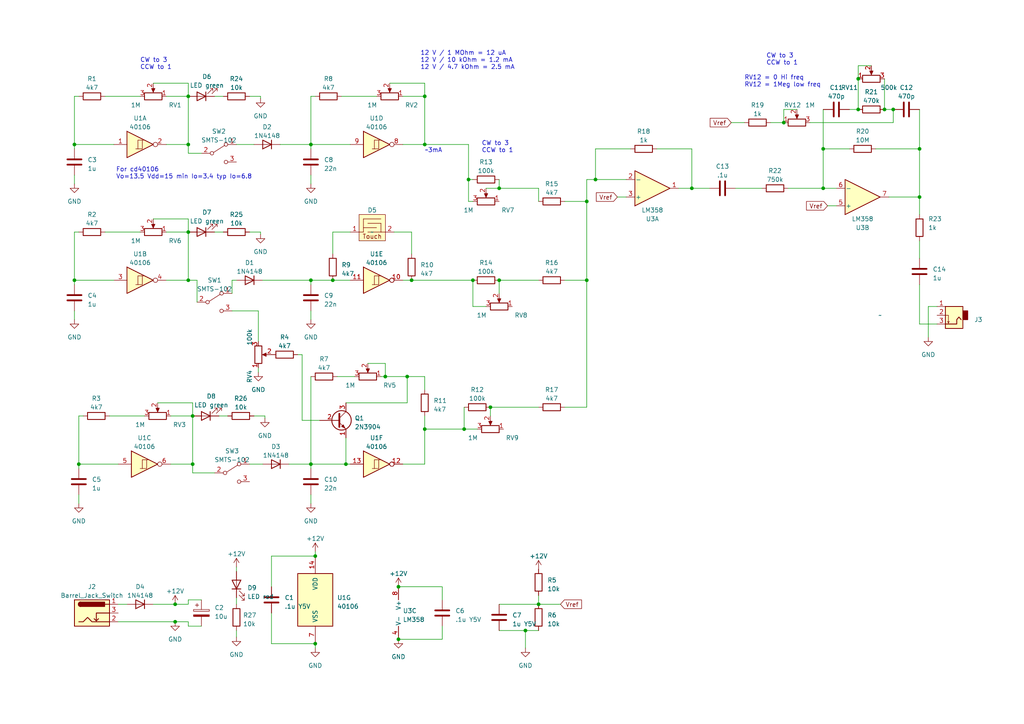
<source format=kicad_sch>
(kicad_sch (version 20230121) (generator eeschema)
  (paper "A4")
  (lib_symbols
    (symbol "4xxx:40106" (pin_names (offset 1.016))
      (property "Reference" "U" (at 0 1.27 0))
      (property "Value" "40106" (at 0 -1.27 0))
      (symbol "40106_1_0"
        (polyline (pts (xy -0.635 -1.27) (xy -0.635 1.27) (xy 0.635 1.27)))
        (polyline (pts (xy -3.81 3.81) (xy -3.81 -3.81) (xy 3.81 0) (xy -3.81 3.81)) (stroke (width 0.254)) (fill (type background)))
        (polyline (pts (xy -1.27 -1.27) (xy 0.635 -1.27) (xy 0.635 1.27) (xy 1.27 1.27)))
        (pin input line (at -7.62 0 0) (length 3.81) (name "~") (number "1"))
        (pin output inverted (at 7.62 0 180) (length 3.81) (name "~") (number "2"))
      )
      (symbol "40106_2_0"
        (polyline (pts (xy -0.635 -1.27) (xy -0.635 1.27) (xy 0.635 1.27)))
        (polyline (pts (xy -3.81 3.81) (xy -3.81 -3.81) (xy 3.81 0) (xy -3.81 3.81)) (stroke (width 0.254)) (fill (type background)))
        (polyline (pts (xy -1.27 -1.27) (xy 0.635 -1.27) (xy 0.635 1.27) (xy 1.27 1.27)))
        (pin input line (at -7.62 0 0) (length 3.81) (name "~") (number "3"))
        (pin output inverted (at 7.62 0 180) (length 3.81) (name "~") (number "4"))
      )
      (symbol "40106_3_0"
        (polyline (pts (xy -0.635 -1.27) (xy -0.635 1.27) (xy 0.635 1.27)))
        (polyline (pts (xy -3.81 3.81) (xy -3.81 -3.81) (xy 3.81 0) (xy -3.81 3.81)) (stroke (width 0.254)) (fill (type background)))
        (polyline (pts (xy -1.27 -1.27) (xy 0.635 -1.27) (xy 0.635 1.27) (xy 1.27 1.27)))
        (pin input line (at -7.62 0 0) (length 3.81) (name "~") (number "5"))
        (pin output inverted (at 7.62 0 180) (length 3.81) (name "~") (number "6"))
      )
      (symbol "40106_4_0"
        (polyline (pts (xy -0.635 -1.27) (xy -0.635 1.27) (xy 0.635 1.27)))
        (polyline (pts (xy -3.81 3.81) (xy -3.81 -3.81) (xy 3.81 0) (xy -3.81 3.81)) (stroke (width 0.254)) (fill (type background)))
        (polyline (pts (xy -1.27 -1.27) (xy 0.635 -1.27) (xy 0.635 1.27) (xy 1.27 1.27)))
        (pin output inverted (at 7.62 0 180) (length 3.81) (name "~") (number "8"))
        (pin input line (at -7.62 0 0) (length 3.81) (name "~") (number "9"))
      )
      (symbol "40106_5_0"
        (polyline (pts (xy -0.635 -1.27) (xy -0.635 1.27) (xy 0.635 1.27)))
        (polyline (pts (xy -3.81 3.81) (xy -3.81 -3.81) (xy 3.81 0) (xy -3.81 3.81)) (stroke (width 0.254)) (fill (type background)))
        (polyline (pts (xy -1.27 -1.27) (xy 0.635 -1.27) (xy 0.635 1.27) (xy 1.27 1.27)))
        (pin output inverted (at 7.62 0 180) (length 3.81) (name "~") (number "10"))
        (pin input line (at -7.62 0 0) (length 3.81) (name "~") (number "11"))
      )
      (symbol "40106_6_0"
        (polyline (pts (xy -0.635 -1.27) (xy -0.635 1.27) (xy 0.635 1.27)))
        (polyline (pts (xy -3.81 3.81) (xy -3.81 -3.81) (xy 3.81 0) (xy -3.81 3.81)) (stroke (width 0.254)) (fill (type background)))
        (polyline (pts (xy -1.27 -1.27) (xy 0.635 -1.27) (xy 0.635 1.27) (xy 1.27 1.27)))
        (pin output inverted (at 7.62 0 180) (length 3.81) (name "~") (number "12"))
        (pin input line (at -7.62 0 0) (length 3.81) (name "~") (number "13"))
      )
      (symbol "40106_7_0"
        (pin power_in line (at 0 12.7 270) (length 5.08) (name "VDD") (number "14"))
        (pin power_in line (at 0 -12.7 90) (length 5.08) (name "VSS") (number "7"))
      )
      (symbol "40106_7_1"
        (rectangle (start -5.08 7.62) (end 5.08 -7.62) (stroke (width 0.254)) (fill (type background)))
      )
    )
    (symbol "Amplifier_Operational:LM358" (pin_names (offset 0.127))
      (property "Reference" "U" (at 0 5.08 0))
      (property "Value" "LM358" (at 0 -5.08 0))
      (symbol "LM358_1_1"
        (polyline (pts (xy -5.08 5.08) (xy 5.08 0) (xy -5.08 -5.08) (xy -5.08 5.08)) (stroke (width 0.254)) (fill (type background)))
        (pin output line (at 7.62 0 180) (length 2.54) (name "~") (number "1"))
        (pin input line (at -7.62 -2.54 0) (length 2.54) (name "-") (number "2"))
        (pin input line (at -7.62 2.54 0) (length 2.54) (name "+") (number "3"))
      )
      (symbol "LM358_2_1"
        (polyline (pts (xy -5.08 5.08) (xy 5.08 0) (xy -5.08 -5.08) (xy -5.08 5.08)) (stroke (width 0.254)) (fill (type background)))
        (pin input line (at -7.62 2.54 0) (length 2.54) (name "+") (number "5"))
        (pin input line (at -7.62 -2.54 0) (length 2.54) (name "-") (number "6"))
        (pin output line (at 7.62 0 180) (length 2.54) (name "~") (number "7"))
      )
      (symbol "LM358_3_1"
        (pin power_in line (at -2.54 -7.62 90) (length 3.81) (name "V-") (number "4"))
        (pin power_in line (at -2.54 7.62 270) (length 3.81) (name "V+") (number "8"))
      )
    )
    (symbol "Connector:Barrel_Jack_Switch" (pin_names hide)
      (property "Reference" "J" (at 0 5.334 0))
      (property "Value" "Barrel_Jack_Switch" (at 0 -5.08 0))
      (symbol "Barrel_Jack_Switch_0_1"
        (rectangle (start -5.08 3.81) (end 5.08 -3.81) (stroke (width 0.254)) (fill (type background)))
        (arc (start -3.302 3.175) (mid -3.9343 2.54) (end -3.302 1.905) (stroke (width 0.254)))
        (arc (start -3.302 3.175) (mid -3.9343 2.54) (end -3.302 1.905) (stroke (width 0.254)) (fill (type outline)))
        (polyline (pts (xy 1.27 -2.286) (xy 1.905 -1.651)) (stroke (width 0.254)))
        (polyline (pts (xy 5.08 2.54) (xy 3.81 2.54)) (stroke (width 0.254)))
        (polyline (pts (xy 5.08 0) (xy 1.27 0) (xy 1.27 -2.286) (xy 0.635 -1.651)) (stroke (width 0.254)))
        (polyline (pts (xy -3.81 -2.54) (xy -2.54 -2.54) (xy -1.27 -1.27) (xy 0 -2.54) (xy 2.54 -2.54) (xy 5.08 -2.54)) (stroke (width 0.254)))
        (rectangle (start 3.683 3.175) (end -3.302 1.905) (stroke (width 0.254)) (fill (type outline)))
      )
      (symbol "Barrel_Jack_Switch_1_1"
        (pin passive line (at 7.62 2.54 180) (length 2.54) (name "~") (number "1"))
        (pin passive line (at 7.62 -2.54 180) (length 2.54) (name "~") (number "2"))
        (pin passive line (at 7.62 0 180) (length 2.54) (name "~") (number "3"))
      )
    )
    (symbol "Device:C" (pin_numbers hide) (pin_names (offset 0.254))
      (property "Reference" "C" (at 0.635 2.54 0))
      (property "Value" "C" (at 0.635 -2.54 0))
      (symbol "C_0_1"
        (polyline (pts (xy -2.032 -0.762) (xy 2.032 -0.762)) (stroke (width 0.508)))
        (polyline (pts (xy -2.032 0.762) (xy 2.032 0.762)) (stroke (width 0.508)))
      )
      (symbol "C_1_1"
        (pin passive line (at 0 3.81 270) (length 2.794) (name "~") (number "1"))
        (pin passive line (at 0 -3.81 90) (length 2.794) (name "~") (number "2"))
      )
    )
    (symbol "Device:C_Polarized" (pin_numbers hide) (pin_names (offset 0.254))
      (property "Reference" "C" (at 0.635 2.54 0))
      (property "Value" "C_Polarized" (at 0.635 -2.54 0))
      (symbol "C_Polarized_0_1"
        (rectangle (start -2.286 0.508) (end 2.286 1.016))
        (polyline (pts (xy -1.778 2.286) (xy -0.762 2.286)))
        (polyline (pts (xy -1.27 2.794) (xy -1.27 1.778)))
        (rectangle (start 2.286 -0.508) (end -2.286 -1.016) (fill (type outline)))
      )
      (symbol "C_Polarized_1_1"
        (pin passive line (at 0 3.81 270) (length 2.794) (name "~") (number "1"))
        (pin passive line (at 0 -3.81 90) (length 2.794) (name "~") (number "2"))
      )
    )
    (symbol "Device:LED" (pin_numbers hide) (pin_names (offset 1.016) hide)
      (property "Reference" "D" (at 0 2.54 0))
      (property "Value" "LED" (at 0 -2.54 0))
      (symbol "LED_0_1"
        (polyline (pts (xy -1.27 -1.27) (xy -1.27 1.27)) (stroke (width 0.254)))
        (polyline (pts (xy -1.27 0) (xy 1.27 0)))
        (polyline (pts (xy 1.27 -1.27) (xy 1.27 1.27) (xy -1.27 0) (xy 1.27 -1.27)) (stroke (width 0.254)))
        (polyline (pts (xy -3.048 -0.762) (xy -4.572 -2.286) (xy -3.81 -2.286) (xy -4.572 -2.286) (xy -4.572 -1.524)))
        (polyline (pts (xy -1.778 -0.762) (xy -3.302 -2.286) (xy -2.54 -2.286) (xy -3.302 -2.286) (xy -3.302 -1.524)))
      )
      (symbol "LED_1_1"
        (pin passive line (at -3.81 0 0) (length 2.54) (name "K") (number "1"))
        (pin passive line (at 3.81 0 180) (length 2.54) (name "A") (number "2"))
      )
    )
    (symbol "Device:R" (pin_numbers hide) (pin_names (offset 0))
      (property "Reference" "R" (at 2.032 0 90))
      (property "Value" "R" (at 0 0 90))
      (symbol "R_0_1"
        (rectangle (start -1.016 -2.54) (end 1.016 2.54) (stroke (width 0.254)))
      )
      (symbol "R_1_1"
        (pin passive line (at 0 3.81 270) (length 1.27) (name "~") (number "1"))
        (pin passive line (at 0 -3.81 90) (length 1.27) (name "~") (number "2"))
      )
    )
    (symbol "Device:R_Potentiometer" (pin_names (offset 1.016) hide)
      (property "Reference" "RV" (at -4.445 0 90))
      (property "Value" "R_Potentiometer" (at -2.54 0 90))
      (symbol "R_Potentiometer_0_1"
        (polyline (pts (xy 2.54 0) (xy 1.524 0)))
        (polyline (pts (xy 1.143 0) (xy 2.286 0.508) (xy 2.286 -0.508) (xy 1.143 0)) (fill (type outline)))
        (rectangle (start 1.016 2.54) (end -1.016 -2.54) (stroke (width 0.254)))
      )
      (symbol "R_Potentiometer_1_1"
        (pin passive line (at 0 3.81 270) (length 1.27) (name "1") (number "1"))
        (pin passive line (at 3.81 0 180) (length 1.27) (name "2") (number "2"))
        (pin passive line (at 0 -3.81 90) (length 1.27) (name "3") (number "3"))
      )
    )
    (symbol "Diode:1N4148" (pin_numbers hide) (pin_names hide)
      (property "Reference" "D" (at 0 2.54 0))
      (property "Value" "1N4148" (at 0 -2.54 0))
      (symbol "1N4148_0_1"
        (polyline (pts (xy -1.27 1.27) (xy -1.27 -1.27)) (stroke (width 0.254)))
        (polyline (pts (xy 1.27 0) (xy -1.27 0)))
        (polyline (pts (xy 1.27 1.27) (xy 1.27 -1.27) (xy -1.27 0) (xy 1.27 1.27)) (stroke (width 0.254)))
      )
      (symbol "1N4148_1_1"
        (pin passive line (at -3.81 0 0) (length 2.54) (name "K") (number "1"))
        (pin passive line (at 3.81 0 180) (length 2.54) (name "A") (number "2"))
      )
    )
    (symbol "Switch:SW_SPDT" (pin_names (offset 0) hide)
      (property "Reference" "SW" (at 0 4.318 0))
      (property "Value" "SW_SPDT" (at 0 -5.08 0))
      (symbol "SW_SPDT_0_0"
        (circle (center -2.032 0) (radius 0.508))
        (circle (center 2.032 -2.54) (radius 0.508))
      )
      (symbol "SW_SPDT_0_1"
        (polyline (pts (xy -1.524 0.254) (xy 1.651 2.286)))
        (circle (center 2.032 2.54) (radius 0.508))
      )
      (symbol "SW_SPDT_1_1"
        (pin passive line (at 5.08 2.54 180) (length 2.54) (name "A") (number "1"))
        (pin passive line (at -5.08 0 0) (length 2.54) (name "B") (number "2"))
        (pin passive line (at 5.08 -2.54 180) (length 2.54) (name "C") (number "3"))
      )
    )
    (symbol "Transistor_BJT:2N3904" (pin_names (offset 0) hide)
      (property "Reference" "Q" (at 5.08 1.905 0))
      (property "Value" "2N3904" (at 5.08 0 0))
      (symbol "2N3904_0_1"
        (polyline (pts (xy 0.635 0.635) (xy 2.54 2.54)))
        (polyline (pts (xy 0.635 -0.635) (xy 2.54 -2.54) (xy 2.54 -2.54)))
        (polyline (pts (xy 0.635 1.905) (xy 0.635 -1.905) (xy 0.635 -1.905)) (stroke (width 0.508)))
        (polyline (pts (xy 1.27 -1.778) (xy 1.778 -1.27) (xy 2.286 -2.286) (xy 1.27 -1.778) (xy 1.27 -1.778)) (fill (type outline)))
        (circle (center 1.27 0) (radius 2.8194) (stroke (width 0.254)))
      )
      (symbol "2N3904_1_1"
        (pin passive line (at 2.54 -5.08 90) (length 2.54) (name "E") (number "1"))
        (pin passive line (at -5.08 0 0) (length 5.715) (name "B") (number "2"))
        (pin passive line (at 2.54 5.08 270) (length 2.54) (name "C") (number "3"))
      )
    )
    (symbol "import:AudioJackMono"
      (property "Reference" "J3" (at -5.715 1.27 0))
      (property "Value" "~" (at 21.59 2.54 0))
      (symbol "AudioJackMono_0_1"
        (rectangle (start -3.81 3.81) (end -2.54 1.27) (stroke (width 0.254)) (fill (type outline)))
        (rectangle (start -2.413 5.08) (end 2.667 -1.27) (stroke (width 0.254)) (fill (type background)))
        (polyline (pts (xy 1.778 0.254) (xy 2.032 0.762)))
        (polyline (pts (xy 2.54 2.54) (xy 1.778 2.54) (xy 1.778 0.254) (xy 1.524 0.762)))
        (polyline (pts (xy 2.54 0) (xy -0.635 0) (xy -0.635 1.27) (xy -1.27 2.032) (xy -1.905 1.27)) (stroke (width 0.254)))
      )
      (symbol "AudioJackMono_1_1"
        (pin passive line (at 5.08 5.08 180) (length 2.54) (name "~") (number "1"))
        (pin passive line (at 5.08 2.54 180) (length 2.54) (name "~") (number "2"))
        (pin passive line (at 5.08 0 180) (length 2.54) (name "~") (number "3"))
      )
    )
    (symbol "import:tactile_pad" (in_bom no)
      (property "Reference" "D" (at 0 6.35 0))
      (symbol "tactile_pad_0_1"
        (polyline (pts (xy -3.81 0) (xy -2.54 0)))
        (polyline (pts (xy -2.54 1.27) (xy 1.27 1.27)))
        (polyline (pts (xy -2.54 3.81) (xy -2.54 0)))
        (polyline (pts (xy -2.54 3.81) (xy 2.54 3.81)))
        (polyline (pts (xy -1.27 0) (xy 2.54 0)))
        (polyline (pts (xy -1.27 2.54) (xy 2.54 2.54)))
        (polyline (pts (xy 2.54 0) (xy 3.81 0)))
        (polyline (pts (xy 2.54 2.54) (xy 2.54 0)))
      )
      (symbol "tactile_pad_1_1"
        (rectangle (start -3.81 5.08) (end 3.81 -2.54) (fill (type background)))
        (text "Touch" (at 0 -1.27 0) (effects (font (size 1.27 1.27))))
        (pin passive line (at -6.35 0 0) (length 2.54) (name "") (number "1"))
        (pin passive line (at 6.35 0 180) (length 2.54) (name "") (number "2"))
      )
    )
    (symbol "power:+12V" (power) (pin_names (offset 0))
      (property "Value" "+12V" (at 0 3.556 0))
      (symbol "+12V_0_1"
        (polyline (pts (xy -0.762 1.27) (xy 0 2.54)))
        (polyline (pts (xy 0 0) (xy 0 2.54)))
        (polyline (pts (xy 0 2.54) (xy 0.762 1.27)))
      )
      (symbol "+12V_1_1"
        (pin power_in line (at 0 0 90) (length 0) hide (name "+12V") (number "1"))
      )
    )
    (symbol "power:GND" (power) (pin_names (offset 0))
      (property "Value" "GND" (at 0 -3.81 0))
      (symbol "GND_0_1"
        (polyline (pts (xy 0 0) (xy 0 -1.27) (xy 1.27 -1.27) (xy 0 -2.54) (xy -1.27 -1.27) (xy 0 -1.27)))
      )
      (symbol "GND_1_1"
        (pin power_in line (at 0 0 270) (length 0) hide (name "GND") (number "1"))
      )
    )
  )
  (junction (at 248.92 31.75))
  (junction (at 55.88 120.65))
  (junction (at 115.57 185.42))
  (junction (at 256.54 31.75))
  (junction (at 54.61 41.91))
  (junction (at 200.66 54.61))
  (junction (at 96.52 81.28))
  (junction (at 170.18 81.28))
  (junction (at 137.16 81.28))
  (junction (at 100.33 134.62))
  (junction (at 152.4 182.88))
  (junction (at 91.44 161.29))
  (junction (at 227.33 35.56))
  (junction (at 135.89 52.07))
  (junction (at 90.17 134.62))
  (junction (at 238.76 43.18))
  (junction (at 144.78 54.61))
  (junction (at 119.38 81.28))
  (junction (at 54.61 67.31))
  (junction (at 54.61 81.28))
  (junction (at 142.24 118.11))
  (junction (at 21.59 81.28))
  (junction (at 55.88 134.62))
  (junction (at 21.59 41.91))
  (junction (at 91.44 186.69))
  (junction (at 115.57 170.18))
  (junction (at 90.17 81.28))
  (junction (at 123.19 124.46))
  (junction (at 170.18 58.42))
  (junction (at 172.72 52.07))
  (junction (at 54.61 27.94))
  (junction (at 123.19 27.94))
  (junction (at 259.08 31.75))
  (junction (at 144.78 81.28))
  (junction (at 90.17 41.91))
  (junction (at 238.76 54.61))
  (junction (at 118.11 109.22))
  (junction (at 22.86 134.62))
  (junction (at 248.92 22.86))
  (junction (at 156.21 175.26))
  (junction (at 111.76 109.22))
  (junction (at 266.7 57.15))
  (junction (at 123.19 41.91))
  (junction (at 50.8 180.34))
  (junction (at 134.62 124.46))
  (junction (at 50.8 175.26))
  (junction (at 266.7 43.18))
  (wire (pts (xy 110.49 109.22) (xy 111.76 109.22)))
  (wire (pts (xy 68.58 81.28) (xy 67.31 81.28)))
  (wire (pts (xy 90.17 81.28) (xy 90.17 82.55)))
  (wire (pts (xy 163.83 81.28) (xy 170.18 81.28)))
  (wire (pts (xy 111.76 109.22) (xy 118.11 109.22)))
  (wire (pts (xy 54.61 180.34) (xy 50.8 180.34)))
  (wire (pts (xy 123.19 24.13) (xy 113.03 24.13)))
  (wire (pts (xy 58.42 173.99) (xy 54.61 173.99)))
  (wire (pts (xy 144.78 182.88) (xy 152.4 182.88)))
  (wire (pts (xy 30.48 67.31) (xy 40.64 67.31)))
  (wire (pts (xy 259.08 31.75) (xy 259.08 35.56)))
  (wire (pts (xy 118.11 116.84) (xy 118.11 109.22)))
  (wire (pts (xy 48.26 41.91) (xy 54.61 41.91)))
  (wire (pts (xy 55.88 134.62) (xy 55.88 120.65)))
  (wire (pts (xy 90.17 143.51) (xy 90.17 146.05)))
  (wire (pts (xy 74.93 106.68) (xy 74.93 107.95)))
  (wire (pts (xy 73.66 120.65) (xy 76.835 120.65)))
  (wire (pts (xy 259.08 31.75) (xy 256.54 31.75)))
  (wire (pts (xy 248.92 22.86) (xy 248.92 19.05)))
  (wire (pts (xy 67.31 81.28) (xy 67.31 85.09)))
  (wire (pts (xy 116.84 27.94) (xy 123.19 27.94)))
  (wire (pts (xy 128.27 170.18) (xy 128.27 173.99)))
  (wire (pts (xy 123.19 41.91) (xy 123.19 27.94)))
  (wire (pts (xy 21.59 90.17) (xy 21.59 92.71)))
  (wire (pts (xy 91.44 160.02) (xy 91.44 161.29)))
  (wire (pts (xy 200.66 54.61) (xy 196.85 54.61)))
  (wire (pts (xy 72.39 134.62) (xy 76.2 134.62)))
  (wire (pts (xy 238.76 43.18) (xy 238.76 54.61)))
  (wire (pts (xy 90.17 90.17) (xy 90.17 92.71)))
  (wire (pts (xy 22.86 27.94) (xy 21.59 27.94)))
  (wire (pts (xy 269.24 88.9) (xy 269.24 97.79)))
  (wire (pts (xy 62.23 27.94) (xy 64.77 27.94)))
  (wire (pts (xy 123.19 120.65) (xy 123.19 124.46)))
  (wire (pts (xy 76.835 120.65) (xy 76.835 121.285)))
  (wire (pts (xy 182.88 43.18) (xy 172.72 43.18)))
  (wire (pts (xy 78.74 161.29) (xy 91.44 161.29)))
  (wire (pts (xy 116.84 41.91) (xy 123.19 41.91)))
  (wire (pts (xy 135.89 52.07) (xy 135.89 58.42)))
  (wire (pts (xy 34.29 175.26) (xy 36.83 175.26)))
  (wire (pts (xy 144.78 81.28) (xy 156.21 81.28)))
  (wire (pts (xy 135.89 41.91) (xy 135.89 52.07)))
  (wire (pts (xy 238.76 54.61) (xy 242.57 54.61)))
  (wire (pts (xy 54.61 44.45) (xy 54.61 41.91)))
  (wire (pts (xy 49.53 120.65) (xy 55.88 120.65)))
  (wire (pts (xy 140.97 54.61) (xy 144.78 54.61)))
  (wire (pts (xy 96.52 67.31) (xy 101.6 67.31)))
  (wire (pts (xy 22.86 134.62) (xy 22.86 135.89)))
  (wire (pts (xy 144.78 54.61) (xy 156.21 54.61)))
  (wire (pts (xy 213.36 54.61) (xy 220.98 54.61)))
  (wire (pts (xy 55.88 137.16) (xy 62.23 137.16)))
  (wire (pts (xy 123.19 124.46) (xy 134.62 124.46)))
  (wire (pts (xy 68.58 164.465) (xy 68.58 165.735)))
  (wire (pts (xy 54.61 24.13) (xy 54.61 27.94)))
  (wire (pts (xy 90.17 50.8) (xy 90.17 53.34)))
  (wire (pts (xy 96.52 81.28) (xy 90.17 81.28)))
  (wire (pts (xy 83.82 134.62) (xy 90.17 134.62)))
  (wire (pts (xy 22.86 120.65) (xy 22.86 134.62)))
  (wire (pts (xy 62.23 67.31) (xy 64.77 67.31)))
  (wire (pts (xy 172.72 52.07) (xy 181.61 52.07)))
  (wire (pts (xy 90.17 27.94) (xy 90.17 41.91)))
  (wire (pts (xy 74.93 90.17) (xy 67.31 90.17)))
  (wire (pts (xy 266.7 31.75) (xy 266.7 43.18)))
  (wire (pts (xy 118.11 109.22) (xy 123.19 109.22)))
  (wire (pts (xy 144.78 175.26) (xy 156.21 175.26)))
  (wire (pts (xy 116.84 81.28) (xy 119.38 81.28)))
  (wire (pts (xy 72.39 27.94) (xy 75.565 27.94)))
  (wire (pts (xy 90.17 109.22) (xy 90.17 134.62)))
  (wire (pts (xy 163.83 118.11) (xy 170.18 118.11)))
  (wire (pts (xy 238.76 31.75) (xy 238.76 43.18)))
  (wire (pts (xy 54.61 181.61) (xy 54.61 180.34)))
  (wire (pts (xy 54.61 175.26) (xy 50.8 175.26)))
  (wire (pts (xy 34.29 134.62) (xy 22.86 134.62)))
  (wire (pts (xy 21.59 50.8) (xy 21.59 53.34)))
  (wire (pts (xy 90.17 41.91) (xy 90.17 43.18)))
  (wire (pts (xy 144.78 52.07) (xy 144.78 54.61)))
  (wire (pts (xy 21.59 27.94) (xy 21.59 41.91)))
  (wire (pts (xy 57.15 81.28) (xy 54.61 81.28)))
  (wire (pts (xy 76.2 81.28) (xy 90.17 81.28)))
  (wire (pts (xy 22.86 143.51) (xy 22.86 146.05)))
  (wire (pts (xy 54.61 67.31) (xy 54.61 63.5)))
  (wire (pts (xy 246.38 31.75) (xy 248.92 31.75)))
  (wire (pts (xy 100.33 127) (xy 100.33 134.62)))
  (wire (pts (xy 170.18 81.28) (xy 170.18 118.11)))
  (wire (pts (xy 266.7 62.23) (xy 266.7 57.15)))
  (wire (pts (xy 54.61 27.94) (xy 54.61 41.91)))
  (wire (pts (xy 90.17 134.62) (xy 90.17 135.89)))
  (wire (pts (xy 55.88 137.16) (xy 55.88 134.62)))
  (wire (pts (xy 123.19 41.91) (xy 135.89 41.91)))
  (wire (pts (xy 170.18 52.07) (xy 172.72 52.07)))
  (wire (pts (xy 137.16 81.28) (xy 137.16 88.9)))
  (wire (pts (xy 266.7 69.85) (xy 266.7 74.93)))
  (wire (pts (xy 119.38 81.28) (xy 137.16 81.28)))
  (wire (pts (xy 44.45 175.26) (xy 50.8 175.26)))
  (wire (pts (xy 259.08 35.56) (xy 234.95 35.56)))
  (wire (pts (xy 54.61 24.13) (xy 44.45 24.13)))
  (wire (pts (xy 172.72 52.07) (xy 172.72 43.18)))
  (wire (pts (xy 223.52 35.56) (xy 227.33 35.56)))
  (wire (pts (xy 97.79 109.22) (xy 102.87 109.22)))
  (wire (pts (xy 72.39 67.31) (xy 75.565 67.31)))
  (wire (pts (xy 55.88 120.65) (xy 55.88 116.84)))
  (wire (pts (xy 248.92 19.05) (xy 252.73 19.05)))
  (wire (pts (xy 156.21 172.72) (xy 156.21 175.26)))
  (wire (pts (xy 271.78 88.9) (xy 269.24 88.9)))
  (wire (pts (xy 48.26 67.31) (xy 54.61 67.31)))
  (wire (pts (xy 200.66 43.18) (xy 200.66 54.61)))
  (wire (pts (xy 21.59 67.31) (xy 21.59 81.28)))
  (wire (pts (xy 33.02 41.91) (xy 21.59 41.91)))
  (wire (pts (xy 78.74 186.69) (xy 91.44 186.69)))
  (wire (pts (xy 266.7 93.98) (xy 271.78 93.98)))
  (wire (pts (xy 21.59 41.91) (xy 21.59 43.18)))
  (wire (pts (xy 99.06 27.94) (xy 109.22 27.94)))
  (wire (pts (xy 34.29 180.34) (xy 50.8 180.34)))
  (wire (pts (xy 115.57 170.18) (xy 128.27 170.18)))
  (wire (pts (xy 111.76 105.41) (xy 106.68 105.41)))
  (wire (pts (xy 68.58 173.355) (xy 68.58 175.26)))
  (wire (pts (xy 96.52 67.31) (xy 96.52 73.66)))
  (wire (pts (xy 123.19 109.22) (xy 123.19 113.03)))
  (wire (pts (xy 111.76 109.22) (xy 111.76 105.41)))
  (wire (pts (xy 31.75 120.65) (xy 41.91 120.65)))
  (wire (pts (xy 142.24 118.11) (xy 156.21 118.11)))
  (wire (pts (xy 22.86 67.31) (xy 21.59 67.31)))
  (wire (pts (xy 137.16 88.9) (xy 140.97 88.9)))
  (wire (pts (xy 92.71 121.92) (xy 87.63 121.92)))
  (wire (pts (xy 101.6 41.91) (xy 90.17 41.91)))
  (wire (pts (xy 55.88 116.84) (xy 45.72 116.84)))
  (wire (pts (xy 78.74 161.29) (xy 78.74 170.18)))
  (wire (pts (xy 135.89 58.42) (xy 137.16 58.42)))
  (wire (pts (xy 81.28 41.91) (xy 90.17 41.91)))
  (wire (pts (xy 68.58 41.91) (xy 73.66 41.91)))
  (wire (pts (xy 227.33 35.56) (xy 227.33 31.75)))
  (wire (pts (xy 68.58 182.88) (xy 68.58 184.785)))
  (wire (pts (xy 134.62 118.11) (xy 134.62 124.46)))
  (wire (pts (xy 152.4 182.88) (xy 156.21 182.88)))
  (wire (pts (xy 54.61 173.99) (xy 54.61 175.26)))
  (wire (pts (xy 212.09 35.56) (xy 215.9 35.56)))
  (wire (pts (xy 227.33 31.75) (xy 231.14 31.75)))
  (wire (pts (xy 254 43.18) (xy 266.7 43.18)))
  (wire (pts (xy 240.03 59.69) (xy 242.57 59.69)))
  (wire (pts (xy 75.565 67.31) (xy 75.565 67.945)))
  (wire (pts (xy 48.26 27.94) (xy 54.61 27.94)))
  (wire (pts (xy 30.48 27.94) (xy 40.64 27.94)))
  (wire (pts (xy 248.92 22.86) (xy 248.92 31.75)))
  (wire (pts (xy 152.4 182.88) (xy 152.4 187.96)))
  (wire (pts (xy 74.93 99.06) (xy 74.93 90.17)))
  (wire (pts (xy 58.42 44.45) (xy 54.61 44.45)))
  (wire (pts (xy 115.57 185.42) (xy 128.27 185.42)))
  (wire (pts (xy 190.5 43.18) (xy 200.66 43.18)))
  (wire (pts (xy 58.42 181.61) (xy 54.61 181.61)))
  (wire (pts (xy 78.74 177.8) (xy 78.74 186.69)))
  (wire (pts (xy 179.07 57.15) (xy 181.61 57.15)))
  (wire (pts (xy 101.6 81.28) (xy 96.52 81.28)))
  (wire (pts (xy 87.63 102.87) (xy 87.63 121.92)))
  (wire (pts (xy 266.7 82.55) (xy 266.7 93.98)))
  (wire (pts (xy 200.66 54.61) (xy 205.74 54.61)))
  (wire (pts (xy 49.53 134.62) (xy 55.88 134.62)))
  (wire (pts (xy 119.38 67.31) (xy 119.38 73.66)))
  (wire (pts (xy 156.21 175.26) (xy 162.56 175.26)))
  (wire (pts (xy 91.44 187.96) (xy 91.44 186.69)))
  (wire (pts (xy 256.54 31.75) (xy 256.54 22.86)))
  (wire (pts (xy 144.78 81.28) (xy 144.78 85.09)))
  (wire (pts (xy 91.44 27.94) (xy 90.17 27.94)))
  (wire (pts (xy 170.18 58.42) (xy 170.18 81.28)))
  (wire (pts (xy 57.15 81.28) (xy 57.15 87.63)))
  (wire (pts (xy 101.6 134.62) (xy 100.33 134.62)))
  (wire (pts (xy 228.6 54.61) (xy 238.76 54.61)))
  (wire (pts (xy 123.19 134.62) (xy 123.19 124.46)))
  (wire (pts (xy 100.33 134.62) (xy 90.17 134.62)))
  (wire (pts (xy 128.27 181.61) (xy 128.27 185.42)))
  (wire (pts (xy 116.84 134.62) (xy 123.19 134.62)))
  (wire (pts (xy 114.3 67.31) (xy 119.38 67.31)))
  (wire (pts (xy 48.26 81.28) (xy 54.61 81.28)))
  (wire (pts (xy 54.61 67.31) (xy 54.61 81.28)))
  (wire (pts (xy 266.7 57.15) (xy 257.81 57.15)))
  (wire (pts (xy 156.21 54.61) (xy 156.21 58.42)))
  (wire (pts (xy 238.76 43.18) (xy 246.38 43.18)))
  (wire (pts (xy 100.33 116.84) (xy 118.11 116.84)))
  (wire (pts (xy 21.59 81.28) (xy 21.59 82.55)))
  (wire (pts (xy 266.7 43.18) (xy 266.7 57.15)))
  (wire (pts (xy 63.5 120.65) (xy 66.04 120.65)))
  (wire (pts (xy 33.02 81.28) (xy 21.59 81.28)))
  (wire (pts (xy 75.565 27.94) (xy 75.565 28.575)))
  (wire (pts (xy 134.62 124.46) (xy 138.43 124.46)))
  (wire (pts (xy 142.24 120.65) (xy 142.24 118.11)))
  (wire (pts (xy 163.83 58.42) (xy 170.18 58.42)))
  (wire (pts (xy 24.13 120.65) (xy 22.86 120.65)))
  (wire (pts (xy 137.16 52.07) (xy 135.89 52.07)))
  (wire (pts (xy 87.63 102.87) (xy 86.36 102.87)))
  (wire (pts (xy 54.61 63.5) (xy 44.45 63.5)))
  (wire (pts (xy 170.18 52.07) (xy 170.18 58.42)))
  (wire (pts (xy 123.19 27.94) (xy 123.19 24.13)))
  (text "RV12 = 0 Hi freq\nRV12 = 1Meg low freq" (at 215.9 25.4 0) (effects (font (size 1.27 1.27)) (justify left bottom)))
  (text "CW to 3\nCCW to 1\n" (at 40.64 20.32 0) (effects (font (size 1.27 1.27)) (justify left bottom)))
  (text "CW to 3\nCCW to 1\n" (at 222.25 19.05 0) (effects (font (size 1.27 1.27)) (justify left bottom)))
  (text "12 V / 1 MOhm = 12 uA\n12 V / 10 kOhm = 1.2 mA\n12 V / 4.7 kOhm = 2.5 mA" (at 121.92 20.32 0) (effects (font (size 1.27 1.27)) (justify left bottom)))
  (text "~3mA" (at 123.19 44.45 0) (effects (font (size 1.27 1.27)) (justify left bottom)))
  (text "For cd40106\nVo=13.5 Vdd=15 min Io=3.4 typ Io=6.8" (at 33.655 52.07 0) (effects (font (size 1.27 1.27)) (justify left bottom)))
  (text "CW to 3\nCCW to 1\n" (at 139.7 44.45 0) (effects (font (size 1.27 1.27)) (justify left bottom)))
  (global_label "Vref" (shape input) (at 240.03 59.69 180) (property "Intersheetrefs" "${INTERSHEET_REFS}" (effects hide)))
  (global_label "Vref" (shape input) (at 212.09 35.56 180) (property "Intersheetrefs" "${INTERSHEET_REFS}" (effects hide)))
  (global_label "Vref" (shape input) (at 162.56 175.26 0) (property "Intersheetrefs" "${INTERSHEET_REFS}" (effects hide)))
  (global_label "Vref" (shape input) (at 179.07 57.15 180) (property "Intersheetrefs" "${INTERSHEET_REFS}" (effects hide)))
  (symbol (lib_id "Device:R") (at 68.58 179.07 0) (unit 1)
    (property "Reference" "R27" (at 70.485 178.435 0) (effects (justify left)))
    (property "Value" "10k" (at 70.485 180.975 0) (effects (justify left)))
    (property "Footprint" "Resistor_THT:R_Axial_DIN0207_L6.3mm_D2.5mm_P10.16mm_Horizontal" (effects hide))
  )
  (symbol (lib_id "power:GND") (at 152.4 187.96 0) (unit 1)
    (property "Reference" "#PWR011" (effects hide))
    (property "Value" "GND" (at 152.4 193.04 0))
  )
  (symbol (lib_id "power:GND") (at 75.565 67.945 0) (unit 1)
    (property "Reference" "#PWR018" (effects hide))
    (property "Value" "GND" (at 75.565 73.025 0))
  )
  (symbol (lib_id "Device:R_Potentiometer") (at 142.24 124.46 270) (mirror x) (unit 1)
    (property "Reference" "RV9" (at 148.59 127 90))
    (property "Value" "1M" (at 137.16 127 90))
    (property "Footprint" "Potentiometer_THT:Potentiometer_Bourns_PTV09A-1_Single_Vertical" (effects hide))
  )
  (symbol (lib_id "Device:R") (at 219.71 35.56 270) (unit 1)
    (property "Reference" "R19" (at 219.71 30.48 90))
    (property "Value" "1k" (at 219.71 33.02 90))
    (property "Footprint" "Resistor_THT:R_Axial_DIN0207_L6.3mm_D2.5mm_P10.16mm_Horizontal" (effects hide))
  )
  (symbol (lib_id "Device:LED") (at 58.42 27.94 180) (unit 1)
    (property "Reference" "D6" (at 60.0075 22.225 0))
    (property "Value" "LED green" (at 60.0075 24.765 0))
    (property "Footprint" "LED_THT:LED_D5.0mm" (effects hide))
  )
  (symbol (lib_id "Connector:Barrel_Jack_Switch") (at 26.67 177.8 0) (unit 1)
    (property "Reference" "J2" (at 26.67 170.18 0))
    (property "Value" "Barrel_Jack_Switch" (at 26.67 172.72 0))
    (property "Footprint" "Connector_BarrelJack:BarrelJack_Wuerth_6941xx301002" (effects hide))
  )
  (symbol (lib_id "Device:C") (at 144.78 179.07 0) (unit 1)
    (property "Reference" "C7" (at 148.59 178.435 0) (effects (justify left)))
    (property "Value" "1u Y5V" (at 148.59 180.975 0) (effects (justify left)))
    (property "Footprint" "Capacitor_THT:C_Disc_D4.3mm_W1.9mm_P5.00mm" (effects hide))
  )
  (symbol (lib_id "import:tactile_pad") (at 107.95 67.31 0) (unit 1) (in_bom no)
    (property "Reference" "D5" (at 107.95 60.96 0))
    (property "Value" "~" (at 107.95 67.31 0))
    (property "Footprint" "Import:tactile pad triangle" (effects hide))
  )
  (symbol (lib_id "Device:R") (at 140.97 81.28 270) (unit 1)
    (property "Reference" "R14" (at 140.97 76.2 90))
    (property "Value" "100k" (at 140.97 78.74 90))
    (property "Footprint" "Resistor_THT:R_Axial_DIN0207_L6.3mm_D2.5mm_P10.16mm_Horizontal" (effects hide))
  )
  (symbol (lib_id "power:GND") (at 90.17 53.34 0) (unit 1)
    (property "Reference" "#PWR013" (effects hide))
    (property "Value" "GND" (at 90.17 58.42 0))
  )
  (symbol (lib_id "Device:R_Potentiometer") (at 144.78 88.9 270) (mirror x) (unit 1)
    (property "Reference" "RV8" (at 151.13 91.44 90))
    (property "Value" "1M" (at 139.7 91.44 90))
    (property "Footprint" "Potentiometer_THT:Potentiometer_Bourns_PTV09A-1_Single_Vertical" (effects hide))
  )
  (symbol (lib_id "Device:R") (at 252.73 31.75 270) (unit 1)
    (property "Reference" "R21" (at 252.73 26.67 90))
    (property "Value" "470k" (at 252.73 29.21 90))
    (property "Footprint" "Resistor_THT:R_Axial_DIN0207_L6.3mm_D2.5mm_P10.16mm_Horizontal" (effects hide))
  )
  (symbol (lib_id "Device:R") (at 93.98 109.22 90) (unit 1)
    (property "Reference" "R7" (at 93.98 104.14 90))
    (property "Value" "4k7" (at 93.98 106.68 90))
    (property "Footprint" "Resistor_THT:R_Axial_DIN0207_L6.3mm_D2.5mm_P10.16mm_Horizontal" (effects hide))
  )
  (symbol (lib_id "Device:LED") (at 58.42 67.31 180) (unit 1)
    (property "Reference" "D7" (at 60.0075 61.595 0))
    (property "Value" "LED green" (at 60.0075 64.135 0))
    (property "Footprint" "LED_THT:LED_D5.0mm" (effects hide))
  )
  (symbol (lib_id "Device:R") (at 140.97 52.07 90) (mirror x) (unit 1)
    (property "Reference" "R13" (at 140.97 46.99 90))
    (property "Value" "100k" (at 140.97 49.53 90))
    (property "Footprint" "Resistor_THT:R_Axial_DIN0207_L6.3mm_D2.5mm_P10.16mm_Horizontal" (effects hide))
  )
  (symbol (lib_id "Device:R") (at 119.38 77.47 180) (unit 1)
    (property "Reference" "R10" (at 121.92 76.835 0) (effects (justify right)))
    (property "Value" "4k7" (at 121.92 79.375 0) (effects (justify right)))
    (property "Footprint" "Resistor_THT:R_Axial_DIN0207_L6.3mm_D2.5mm_P10.16mm_Horizontal" (effects hide))
  )
  (symbol (lib_id "Device:R_Potentiometer") (at 106.68 109.22 270) (mirror x) (unit 1)
    (property "Reference" "RV5" (at 113.03 111.76 90))
    (property "Value" "1M" (at 101.6 111.76 90))
    (property "Footprint" "Potentiometer_THT:Potentiometer_Bourns_PTV09A-1_Single_Vertical" (effects hide))
  )
  (symbol (lib_id "Device:R") (at 138.43 118.11 270) (unit 1)
    (property "Reference" "R12" (at 138.43 113.03 90))
    (property "Value" "100k" (at 138.43 115.57 90))
    (property "Footprint" "Resistor_THT:R_Axial_DIN0207_L6.3mm_D2.5mm_P10.16mm_Horizontal" (effects hide))
  )
  (symbol (lib_id "power:GND") (at 90.17 146.05 0) (unit 1)
    (property "Reference" "#PWR015" (effects hide))
    (property "Value" "GND" (at 90.17 151.13 0))
  )
  (symbol (lib_id "Device:R_Potentiometer") (at 252.73 22.86 90) (unit 1)
    (property "Reference" "RV11" (at 246.38 25.4 90))
    (property "Value" "500k" (at 257.81 25.4 90))
    (property "Footprint" "Potentiometer_THT:Potentiometer_Bourns_PTV09A-1_Single_Vertical" (effects hide))
  )
  (symbol (lib_id "power:GND") (at 74.93 107.95 0) (unit 1)
    (property "Reference" "#PWR010" (effects hide))
    (property "Value" "GND" (at 74.93 113.03 0))
  )
  (symbol (lib_id "4xxx:40106") (at 109.22 41.91 0) (unit 4)
    (property "Reference" "U1" (at 109.22 34.29 0))
    (property "Value" "40106" (at 109.22 36.83 0))
    (property "Footprint" "Package_DIP:DIP-14_W7.62mm" (effects hide))
    (property "Datasheet" "https://assets.nexperia.com/documents/data-sheet/HEF40106B.pdf" (effects hide))
  )
  (symbol (lib_id "Amplifier_Operational:LM358") (at 189.23 54.61 0) (mirror x) (unit 1)
    (property "Reference" "U3" (at 189.23 63.5 0))
    (property "Value" "LM358" (at 189.23 60.96 0))
    (property "Footprint" "Package_DIP:DIP-8_W7.62mm" (effects hide))
    (property "Datasheet" "http://www.ti.com/lit/ds/symlink/lm2904-n.pdf" (effects hide))
  )
  (symbol (lib_id "Amplifier_Operational:LM358") (at 118.11 177.8 0) (unit 3)
    (property "Reference" "U3" (at 116.84 177.165 0) (effects (justify left)))
    (property "Value" "LM358" (at 116.84 179.705 0) (effects (justify left)))
    (property "Footprint" "Package_DIP:DIP-8_W7.62mm" (effects hide))
    (property "Datasheet" "http://www.ti.com/lit/ds/symlink/lm2904-n.pdf" (effects hide))
  )
  (symbol (lib_id "Diode:1N4148") (at 40.64 175.26 180) (unit 1)
    (property "Reference" "D4" (at 40.64 170.18 0))
    (property "Value" "1N4148" (at 40.64 172.72 0))
    (property "Footprint" "Diode_THT:D_DO-35_SOD27_P10.16mm_Horizontal" (effects hide))
    (property "Datasheet" "https://assets.nexperia.com/documents/data-sheet/1N4148_1N4448.pdf" (effects hide))
    (property "Sim.Device" "D" (effects hide))
    (property "Sim.Pins" "1=K 2=A" (effects hide))
  )
  (symbol (lib_id "Device:C") (at 21.59 86.36 0) (unit 1)
    (property "Reference" "C4" (at 25.4 85.725 0) (effects (justify left)))
    (property "Value" "1u" (at 25.4 88.265 0) (effects (justify left)))
    (property "Footprint" "Capacitor_THT:C_Disc_D4.3mm_W1.9mm_P5.00mm" (effects hide))
  )
  (symbol (lib_id "Device:R") (at 224.79 54.61 270) (unit 1)
    (property "Reference" "R22" (at 224.79 49.53 90))
    (property "Value" "750k" (at 224.79 52.07 90))
    (property "Footprint" "Resistor_THT:R_Axial_DIN0207_L6.3mm_D2.5mm_P10.16mm_Horizontal" (effects hide))
  )
  (symbol (lib_id "Device:C") (at 22.86 139.7 0) (unit 1)
    (property "Reference" "C5" (at 26.67 139.065 0) (effects (justify left)))
    (property "Value" "1u" (at 26.67 141.605 0) (effects (justify left)))
    (property "Footprint" "Capacitor_THT:C_Disc_D4.3mm_W1.9mm_P5.00mm" (effects hide))
  )
  (symbol (lib_id "Device:R") (at 96.52 77.47 180) (unit 1)
    (property "Reference" "R9" (at 99.06 76.835 0) (effects (justify right)))
    (property "Value" "4k7" (at 99.06 79.375 0) (effects (justify right)))
    (property "Footprint" "Resistor_THT:R_Axial_DIN0207_L6.3mm_D2.5mm_P10.16mm_Horizontal" (effects hide))
  )
  (symbol (lib_id "Device:C") (at 78.74 173.99 0) (mirror y) (unit 1)
    (property "Reference" "C1" (at 82.55 173.355 0) (effects (justify right)))
    (property "Value" ".1u Y5V" (at 82.55 175.895 0) (effects (justify right)))
    (property "Footprint" "Capacitor_THT:C_Disc_D4.3mm_W1.9mm_P5.00mm" (effects hide))
  )
  (symbol (lib_id "Device:C_Polarized") (at 58.42 177.8 0) (unit 1)
    (property "Reference" "C2" (at 62.23 176.276 0) (effects (justify left)))
    (property "Value" "10u" (at 62.23 178.816 0) (effects (justify left)))
    (property "Footprint" "Capacitor_THT:CP_Radial_D8.0mm_P5.00mm" (effects hide))
  )
  (symbol (lib_id "Switch:SW_SPDT") (at 63.5 44.45 0) (unit 1)
    (property "Reference" "SW2" (at 63.5 38.1 0))
    (property "Value" "SMTS-102" (at 63.5 40.64 0))
    (property "Footprint" "Import:SMTS-102" (effects hide))
  )
  (symbol (lib_id "Device:R") (at 123.19 116.84 180) (unit 1)
    (property "Reference" "R11" (at 125.73 116.205 0) (effects (justify right)))
    (property "Value" "4k7" (at 125.73 118.745 0) (effects (justify right)))
    (property "Footprint" "Resistor_THT:R_Axial_DIN0207_L6.3mm_D2.5mm_P10.16mm_Horizontal" (effects hide))
  )
  (symbol (lib_id "Diode:1N4148") (at 72.39 81.28 180) (unit 1)
    (property "Reference" "D1" (at 72.39 76.2 0))
    (property "Value" "1N4148" (at 72.39 78.74 0))
    (property "Footprint" "Diode_THT:D_DO-35_SOD27_P10.16mm_Horizontal" (effects hide))
    (property "Datasheet" "https://assets.nexperia.com/documents/data-sheet/1N4148_1N4448.pdf" (effects hide))
    (property "Sim.Device" "D" (effects hide))
    (property "Sim.Pins" "1=K 2=A" (effects hide))
  )
  (symbol (lib_id "Amplifier_Operational:LM358") (at 250.19 57.15 0) (mirror x) (unit 2)
    (property "Reference" "U3" (at 250.19 66.04 0))
    (property "Value" "LM358" (at 250.19 63.5 0))
    (property "Footprint" "Package_DIP:DIP-8_W7.62mm" (effects hide))
    (property "Datasheet" "http://www.ti.com/lit/ds/symlink/lm2904-n.pdf" (effects hide))
  )
  (symbol (lib_id "Switch:SW_SPDT") (at 62.23 87.63 0) (unit 1)
    (property "Reference" "SW1" (at 62.23 81.28 0))
    (property "Value" "SMTS-102" (at 62.23 83.82 0))
    (property "Footprint" "Import:SMTS-102" (effects hide))
  )
  (symbol (lib_id "Device:R_Potentiometer") (at 45.72 120.65 270) (mirror x) (unit 1)
    (property "Reference" "RV3" (at 52.07 123.19 90))
    (property "Value" "1M" (at 40.64 123.19 90))
    (property "Footprint" "Potentiometer_THT:Potentiometer_Bourns_PTV09A-1_Single_Vertical" (effects hide))
  )
  (symbol (lib_id "power:+12V") (at 156.21 165.1 0) (unit 1)
    (property "Reference" "#PWR012" (effects hide))
    (property "Value" "+12V" (at 156.21 161.29 0))
  )
  (symbol (lib_id "4xxx:40106") (at 41.91 134.62 0) (unit 3)
    (property "Reference" "U1" (at 41.91 127 0))
    (property "Value" "40106" (at 41.91 129.54 0))
    (property "Footprint" "Package_DIP:DIP-14_W7.62mm" (effects hide))
    (property "Datasheet" "https://assets.nexperia.com/documents/data-sheet/HEF40106B.pdf" (effects hide))
  )
  (symbol (lib_id "power:GND") (at 75.565 28.575 0) (unit 1)
    (property "Reference" "#PWR017" (effects hide))
    (property "Value" "GND" (at 75.565 33.655 0))
  )
  (symbol (lib_id "4xxx:40106") (at 91.44 173.99 0) (unit 7)
    (property "Reference" "U1" (at 97.79 173.355 0) (effects (justify left)))
    (property "Value" "40106" (at 97.79 175.895 0) (effects (justify left)))
    (property "Footprint" "Package_DIP:DIP-14_W7.62mm" (effects hide))
    (property "Datasheet" "https://assets.nexperia.com/documents/data-sheet/HEF40106B.pdf" (effects hide))
  )
  (symbol (lib_id "Device:C") (at 209.55 54.61 90) (unit 1)
    (property "Reference" "C13" (at 209.55 48.26 90))
    (property "Value" ".1u" (at 209.55 50.8 90))
    (property "Footprint" "Capacitor_THT:C_Disc_D4.3mm_W1.9mm_P5.00mm" (effects hide))
  )
  (symbol (lib_id "power:+12V") (at 115.57 170.18 0) (unit 1)
    (property "Reference" "#PWR08" (effects hide))
    (property "Value" "+12V" (at 115.57 166.37 0))
  )
  (symbol (lib_id "power:GND") (at 90.17 92.71 0) (unit 1)
    (property "Reference" "#PWR014" (effects hide))
    (property "Value" "GND" (at 90.17 97.79 0))
  )
  (symbol (lib_id "Device:R") (at 68.58 27.94 90) (unit 1)
    (property "Reference" "R24" (at 68.58 22.86 90))
    (property "Value" "10k" (at 68.58 25.4 90))
    (property "Footprint" "Resistor_THT:R_Axial_DIN0207_L6.3mm_D2.5mm_P10.16mm_Horizontal" (effects hide))
  )
  (symbol (lib_id "Device:R_Potentiometer") (at 44.45 27.94 270) (mirror x) (unit 1)
    (property "Reference" "RV1" (at 50.8 30.48 90))
    (property "Value" "1M" (at 39.37 30.48 90))
    (property "Footprint" "Potentiometer_THT:Potentiometer_Bourns_PTV09A-1_Single_Vertical" (effects hide))
  )
  (symbol (lib_id "power:GND") (at 76.835 121.285 0) (unit 1)
    (property "Reference" "#PWR019" (effects hide))
    (property "Value" "GND" (at 76.835 126.365 0))
  )
  (symbol (lib_id "Device:R") (at 68.58 67.31 90) (unit 1)
    (property "Reference" "R25" (at 68.58 62.23 90))
    (property "Value" "10k" (at 68.58 64.77 90))
    (property "Footprint" "Resistor_THT:R_Axial_DIN0207_L6.3mm_D2.5mm_P10.16mm_Horizontal" (effects hide))
  )
  (symbol (lib_id "power:GND") (at 21.59 92.71 0) (unit 1)
    (property "Reference" "#PWR06" (effects hide))
    (property "Value" "GND" (at 21.59 97.79 0))
  )
  (symbol (lib_id "power:GND") (at 68.58 184.785 0) (unit 1)
    (property "Reference" "#PWR020" (effects hide))
    (property "Value" "GND" (at 68.58 189.865 0))
  )
  (symbol (lib_id "Device:R_Potentiometer") (at 44.45 67.31 270) (mirror x) (unit 1)
    (property "Reference" "RV6" (at 50.8 69.85 90))
    (property "Value" "1M" (at 39.37 69.85 90))
    (property "Footprint" "Potentiometer_THT:Potentiometer_Bourns_PTV09A-1_Single_Vertical" (effects hide))
  )
  (symbol (lib_id "Device:C") (at 128.27 177.8 0) (unit 1)
    (property "Reference" "C6" (at 132.08 177.165 0) (effects (justify left)))
    (property "Value" ".1u Y5V" (at 132.08 179.705 0) (effects (justify left)))
    (property "Footprint" "Capacitor_THT:C_Disc_D4.3mm_W1.9mm_P5.00mm" (effects hide))
  )
  (symbol (lib_id "Device:R") (at 160.02 118.11 270) (unit 1)
    (property "Reference" "R17" (at 160.02 113.03 90))
    (property "Value" "4k7" (at 160.02 115.57 90))
    (property "Footprint" "Resistor_THT:R_Axial_DIN0207_L6.3mm_D2.5mm_P10.16mm_Horizontal" (effects hide))
  )
  (symbol (lib_id "Device:C") (at 266.7 78.74 180) (unit 1)
    (property "Reference" "C14" (at 270.51 78.105 0) (effects (justify right)))
    (property "Value" "1u" (at 270.51 80.645 0) (effects (justify right)))
    (property "Footprint" "Capacitor_THT:C_Disc_D4.3mm_W1.9mm_P5.00mm" (effects hide))
  )
  (symbol (lib_id "Device:R") (at 27.94 120.65 90) (unit 1)
    (property "Reference" "R3" (at 27.94 115.57 90))
    (property "Value" "4k7" (at 27.94 118.11 90))
    (property "Footprint" "Resistor_THT:R_Axial_DIN0207_L6.3mm_D2.5mm_P10.16mm_Horizontal" (effects hide))
  )
  (symbol (lib_id "Device:R_Potentiometer") (at 74.93 102.87 0) (mirror x) (unit 1)
    (property "Reference" "RV4" (at 72.39 109.22 90))
    (property "Value" "100k" (at 72.39 97.79 90))
    (property "Footprint" "Potentiometer_THT:Potentiometer_Bourns_PTV09A-1_Single_Vertical" (effects hide))
  )
  (symbol (lib_id "4xxx:40106") (at 109.22 81.28 0) (unit 5)
    (property "Reference" "U1" (at 109.22 73.66 0))
    (property "Value" "40106" (at 109.22 76.2 0))
    (property "Footprint" "Package_DIP:DIP-14_W7.62mm" (effects hide))
    (property "Datasheet" "https://assets.nexperia.com/documents/data-sheet/HEF40106B.pdf" (effects hide))
  )
  (symbol (lib_id "Transistor_BJT:2N3904") (at 97.79 121.92 0) (unit 1)
    (property "Reference" "Q1" (at 102.87 121.285 0) (effects (justify left)))
    (property "Value" "2N3904" (at 102.87 123.825 0) (effects (justify left)))
    (property "Footprint" "Package_TO_SOT_THT:TO-92Flat" (effects hide))
    (property "Datasheet" "https://www.onsemi.com/pub/Collateral/2N3903-D.PDF" (effects hide))
  )
  (symbol (lib_id "Device:R") (at 160.02 81.28 270) (unit 1)
    (property "Reference" "R16" (at 160.02 76.2 90))
    (property "Value" "4k7" (at 160.02 78.74 90))
    (property "Footprint" "Resistor_THT:R_Axial_DIN0207_L6.3mm_D2.5mm_P10.16mm_Horizontal" (effects hide))
  )
  (symbol (lib_id "power:GND") (at 22.86 146.05 0) (unit 1)
    (property "Reference" "#PWR07" (effects hide))
    (property "Value" "GND" (at 22.86 151.13 0))
  )
  (symbol (lib_id "Device:C") (at 90.17 86.36 0) (unit 1)
    (property "Reference" "C9" (at 93.98 85.725 0) (effects (justify left)))
    (property "Value" "22n" (at 93.98 88.265 0) (effects (justify left)))
    (property "Footprint" "Capacitor_THT:C_Disc_D4.3mm_W1.9mm_P5.00mm" (effects hide))
  )
  (symbol (lib_id "Device:R") (at 160.02 58.42 270) (unit 1)
    (property "Reference" "R15" (at 160.02 53.34 90))
    (property "Value" "4k7" (at 160.02 55.88 90))
    (property "Footprint" "Resistor_THT:R_Axial_DIN0207_L6.3mm_D2.5mm_P10.16mm_Horizontal" (effects hide))
  )
  (symbol (lib_id "Device:R") (at 82.55 102.87 90) (unit 1)
    (property "Reference" "R4" (at 82.55 97.79 90))
    (property "Value" "4k7" (at 82.55 100.33 90))
    (property "Footprint" "Resistor_THT:R_Axial_DIN0207_L6.3mm_D2.5mm_P10.16mm_Horizontal" (effects hide))
  )
  (symbol (lib_id "Device:R") (at 26.67 67.31 90) (unit 1)
    (property "Reference" "R2" (at 26.67 62.23 90))
    (property "Value" "4k7" (at 26.67 64.77 90))
    (property "Footprint" "Resistor_THT:R_Axial_DIN0207_L6.3mm_D2.5mm_P10.16mm_Horizontal" (effects hide))
  )
  (symbol (lib_id "Device:C") (at 242.57 31.75 90) (unit 1)
    (property "Reference" "C11" (at 242.57 25.4 90))
    (property "Value" "470p" (at 242.57 27.94 90))
    (property "Footprint" "Capacitor_THT:C_Disc_D4.3mm_W1.9mm_P5.00mm" (effects hide))
  )
  (symbol (lib_id "power:GND") (at 269.24 97.79 0) (unit 1)
    (property "Reference" "#PWR016" (effects hide))
    (property "Value" "GND" (at 269.24 102.87 0))
  )
  (symbol (lib_id "power:GND") (at 91.44 187.96 0) (unit 1)
    (property "Reference" "#PWR04" (effects hide))
    (property "Value" "GND" (at 91.44 193.04 0))
  )
  (symbol (lib_id "import:AudioJackMono") (at 276.86 93.98 0) (mirror y) (unit 1)
    (property "Reference" "J3" (at 282.575 92.71 0) (effects (justify right)))
    (property "Value" "~" (at 255.27 91.44 0))
    (property "Footprint" "Import:PJ-316" (effects hide))
  )
  (symbol (lib_id "power:+12V") (at 68.58 164.465 0) (unit 1)
    (property "Reference" "#PWR021" (effects hide))
    (property "Value" "+12V" (at 68.58 160.655 0))
  )
  (symbol (lib_id "4xxx:40106") (at 40.64 81.28 0) (unit 2)
    (property "Reference" "U1" (at 40.64 73.66 0))
    (property "Value" "40106" (at 40.64 76.2 0))
    (property "Footprint" "Package_DIP:DIP-14_W7.62mm" (effects hide))
    (property "Datasheet" "https://assets.nexperia.com/documents/data-sheet/HEF40106B.pdf" (effects hide))
  )
  (symbol (lib_id "4xxx:40106") (at 109.22 134.62 0) (unit 6)
    (property "Reference" "U1" (at 109.22 127 0))
    (property "Value" "40106" (at 109.22 129.54 0))
    (property "Footprint" "Package_DIP:DIP-14_W7.62mm" (effects hide))
    (property "Datasheet" "https://assets.nexperia.com/documents/data-sheet/HEF40106B.pdf" (effects hide))
  )
  (symbol (lib_id "Device:R") (at 186.69 43.18 270) (unit 1)
    (property "Reference" "R18" (at 186.69 38.1 90))
    (property "Value" "1k" (at 186.69 40.64 90))
    (property "Footprint" "Resistor_THT:R_Axial_DIN0207_L6.3mm_D2.5mm_P10.16mm_Horizontal" (effects hide))
  )
  (symbol (lib_id "Device:R_Potentiometer") (at 113.03 27.94 270) (mirror x) (unit 1)
    (property "Reference" "RV2" (at 119.38 30.48 90))
    (property "Value" "1M" (at 107.95 30.48 90))
    (property "Footprint" "Potentiometer_THT:Potentiometer_Bourns_PTV09A-1_Single_Vertical" (effects hide))
  )
  (symbol (lib_id "Device:C") (at 90.17 139.7 0) (unit 1)
    (property "Reference" "C10" (at 93.98 139.065 0) (effects (justify left)))
    (property "Value" "22n" (at 93.98 141.605 0) (effects (justify left)))
    (property "Footprint" "Capacitor_THT:C_Disc_D4.3mm_W1.9mm_P5.00mm" (effects hide))
  )
  (symbol (lib_id "Device:R") (at 95.25 27.94 90) (unit 1)
    (property "Reference" "R8" (at 95.25 22.86 90))
    (property "Value" "4k7" (at 95.25 25.4 90))
    (property "Footprint" "Resistor_THT:R_Axial_DIN0207_L6.3mm_D2.5mm_P10.16mm_Horizontal" (effects hide))
  )
  (symbol (lib_id "Device:R") (at 250.19 43.18 270) (unit 1)
    (property "Reference" "R20" (at 250.19 38.1 90))
    (property "Value" "10M" (at 250.19 40.64 90))
    (property "Footprint" "Resistor_THT:R_Axial_DIN0207_L6.3mm_D2.5mm_P10.16mm_Horizontal" (effects hide))
  )
  (symbol (lib_id "Diode:1N4148") (at 80.01 134.62 180) (unit 1)
    (property "Reference" "D3" (at 80.01 129.54 0))
    (property "Value" "1N4148" (at 80.01 132.08 0))
    (property "Footprint" "Diode_THT:D_DO-35_SOD27_P10.16mm_Horizontal" (effects hide))
    (property "Datasheet" "https://assets.nexperia.com/documents/data-sheet/1N4148_1N4448.pdf" (effects hide))
    (property "Sim.Device" "D" (effects hide))
    (property "Sim.Pins" "1=K 2=A" (effects hide))
  )
  (symbol (lib_id "Device:R") (at 156.21 168.91 0) (unit 1)
    (property "Reference" "R5" (at 158.75 168.275 0) (effects (justify left)))
    (property "Value" "10k" (at 158.75 170.815 0) (effects (justify left)))
    (property "Footprint" "Resistor_THT:R_Axial_DIN0207_L6.3mm_D2.5mm_P10.16mm_Horizontal" (effects hide))
  )
  (symbol (lib_id "Diode:1N4148") (at 77.47 41.91 180) (unit 1)
    (property "Reference" "D2" (at 77.47 36.83 0))
    (property "Value" "1N4148" (at 77.47 39.37 0))
    (property "Footprint" "Diode_THT:D_DO-35_SOD27_P10.16mm_Horizontal" (effects hide))
    (property "Datasheet" "https://assets.nexperia.com/documents/data-sheet/1N4148_1N4448.pdf" (effects hide))
    (property "Sim.Device" "D" (effects hide))
    (property "Sim.Pins" "1=K 2=A" (effects hide))
  )
  (symbol (lib_id "4xxx:40106") (at 40.64 41.91 0) (unit 1)
    (property "Reference" "U1" (at 40.64 34.29 0))
    (property "Value" "40106" (at 40.64 36.83 0))
    (property "Footprint" "Package_DIP:DIP-14_W7.62mm" (effects hide))
    (property "Datasheet" "https://assets.nexperia.com/documents/data-sheet/HEF40106B.pdf" (effects hide))
  )
  (symbol (lib_id "Device:C") (at 262.89 31.75 90) (unit 1)
    (property "Reference" "C12" (at 262.89 25.4 90))
    (property "Value" "470p" (at 262.89 27.94 90))
    (property "Footprint" "Capacitor_THT:C_Disc_D4.3mm_W1.9mm_P5.00mm" (effects hide))
  )
  (symbol (lib_id "Device:LED") (at 59.69 120.65 180) (unit 1)
    (property "Reference" "D8" (at 61.2775 114.935 0))
    (property "Value" "LED green" (at 61.2775 117.475 0))
    (property "Footprint" "LED_THT:LED_D5.0mm" (effects hide))
  )
  (symbol (lib_id "power:GND") (at 21.59 53.34 0) (unit 1)
    (property "Reference" "#PWR05" (effects hide))
    (property "Value" "GND" (at 21.59 58.42 0))
  )
  (symbol (lib_id "Device:R_Potentiometer") (at 140.97 58.42 270) (mirror x) (unit 1)
    (property "Reference" "RV7" (at 147.32 60.96 90))
    (property "Value" "1M" (at 135.89 60.96 90))
    (property "Footprint" "Potentiometer_THT:Potentiometer_Bourns_PTV09A-1_Single_Vertical" (effects hide))
  )
  (symbol (lib_id "Switch:SW_SPDT") (at 67.31 137.16 0) (unit 1)
    (property "Reference" "SW3" (at 67.31 130.81 0))
    (property "Value" "SMTS-102" (at 67.31 133.35 0))
    (property "Footprint" "Import:SMTS-102" (effects hide))
  )
  (symbol (lib_id "Device:LED") (at 68.58 169.545 90) (unit 1)
    (property "Reference" "D9" (at 71.755 170.4975 90) (effects (justify right)))
    (property "Value" "LED red" (at 71.755 173.0375 90) (effects (justify right)))
    (property "Footprint" "LED_THT:LED_D5.0mm" (effects hide))
  )
  (symbol (lib_id "power:GND") (at 115.57 185.42 0) (unit 1)
    (property "Reference" "#PWR09" (effects hide))
    (property "Value" "GND" (at 115.57 190.5 0))
  )
  (symbol (lib_id "Device:C") (at 90.17 46.99 0) (unit 1)
    (property "Reference" "C8" (at 93.98 46.355 0) (effects (justify left)))
    (property "Value" "22n" (at 93.98 48.895 0) (effects (justify left)))
    (property "Footprint" "Capacitor_THT:C_Disc_D4.3mm_W1.9mm_P5.00mm" (effects hide))
  )
  (symbol (lib_id "Device:C") (at 21.59 46.99 0) (unit 1)
    (property "Reference" "C3" (at 25.4 46.355 0) (effects (justify left)))
    (property "Value" "1u" (at 25.4 48.895 0) (effects (justify left)))
    (property "Footprint" "Capacitor_THT:C_Disc_D4.3mm_W1.9mm_P5.00mm" (effects hide))
  )
  (symbol (lib_id "Device:R") (at 266.7 66.04 180) (unit 1)
    (property "Reference" "R23" (at 269.24 63.5 0) (effects (justify right)))
    (property "Value" "1k" (at 269.24 66.04 0) (effects (justify right)))
    (property "Footprint" "Resistor_THT:R_Axial_DIN0207_L6.3mm_D2.5mm_P10.16mm_Horizontal" (effects hide))
  )
  (symbol (lib_id "power:+12V") (at 91.44 160.02 0) (unit 1)
    (property "Reference" "#PWR03" (effects hide))
    (property "Value" "+12V" (at 91.44 156.21 0))
  )
  (symbol (lib_id "power:GND") (at 50.8 180.34 0) (unit 1)
    (property "Reference" "#PWR02" (effects hide))
    (property "Value" "GND" (at 50.8 185.42 0))
  )
  (symbol (lib_id "Device:R_Potentiometer") (at 231.14 35.56 90) (unit 1)
    (property "Reference" "RV12" (at 229.87 30.48 90))
    (property "Value" "1M" (at 234.95 30.48 90))
    (property "Footprint" "Potentiometer_THT:Potentiometer_Bourns_PTV09A-1_Single_Vertical" (effects hide))
  )
  (symbol (lib_id "Device:R") (at 156.21 179.07 0) (unit 1)
    (property "Reference" "R6" (at 158.75 178.435 0) (effects (justify left)))
    (property "Value" "10k" (at 158.75 180.975 0) (effects (justify left)))
    (property "Footprint" "Resistor_THT:R_Axial_DIN0207_L6.3mm_D2.5mm_P10.16mm_Horizontal" (effects hide))
  )
  (symbol (lib_id "power:+12V") (at 50.8 175.26 0) (unit 1)
    (property "Reference" "#PWR01" (effects hide))
    (property "Value" "+12V" (at 50.8 171.45 0))
  )
  (symbol (lib_id "Device:R") (at 69.85 120.65 90) (unit 1)
    (property "Reference" "R26" (at 69.85 115.57 90))
    (property "Value" "10k" (at 69.85 118.11 90))
    (property "Footprint" "Resistor_THT:R_Axial_DIN0207_L6.3mm_D2.5mm_P10.16mm_Horizontal" (effects hide))
  )
  (symbol (lib_id "Device:R") (at 26.67 27.94 90) (unit 1)
    (property "Reference" "R1" (at 26.67 22.86 90))
    (property "Value" "4k7" (at 26.67 25.4 90))
    (property "Footprint" "Resistor_THT:R_Axial_DIN0207_L6.3mm_D2.5mm_P10.16mm_Horizontal" (effects hide))
  )
)
</source>
